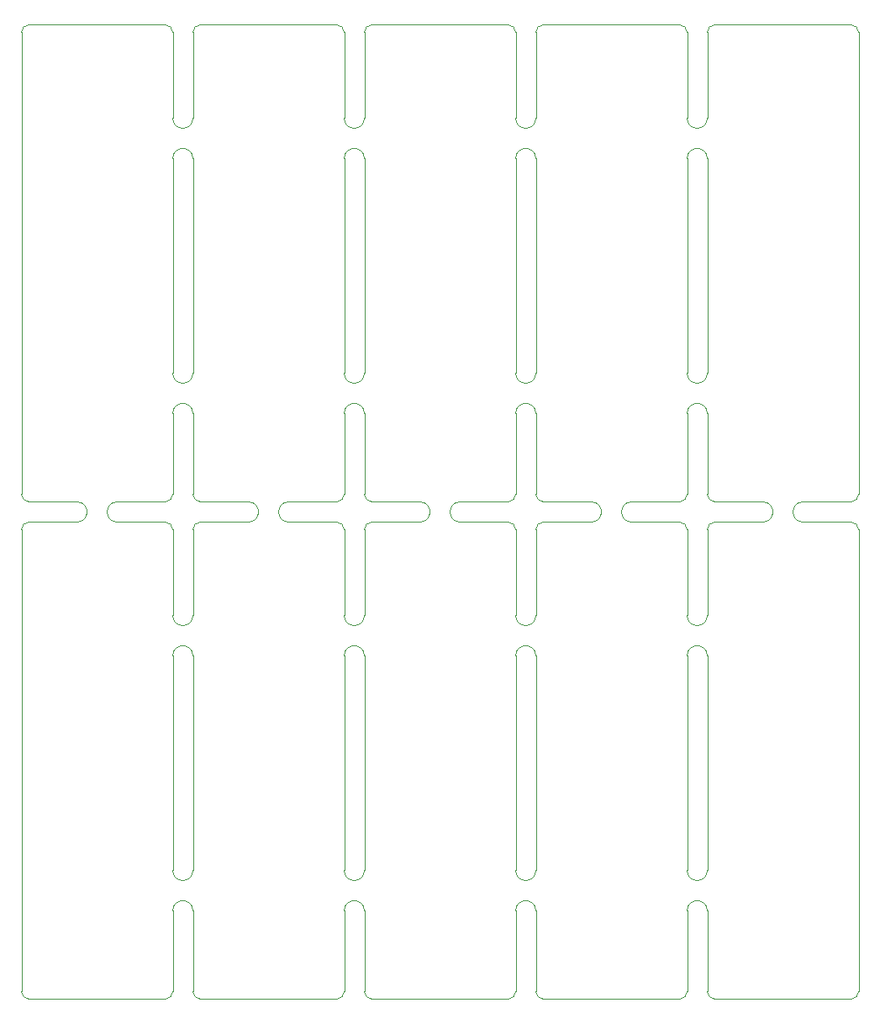
<source format=gbr>
%TF.GenerationSoftware,KiCad,Pcbnew,6.0.4-6f826c9f35~116~ubuntu21.10.1*%
%TF.CreationDate,2022-04-21T21:53:44+02:00*%
%TF.ProjectId,Carte_multiprise,43617274-655f-46d7-956c-746970726973,rev?*%
%TF.SameCoordinates,Original*%
%TF.FileFunction,Profile,NP*%
%FSLAX46Y46*%
G04 Gerber Fmt 4.6, Leading zero omitted, Abs format (unit mm)*
G04 Created by KiCad (PCBNEW 6.0.4-6f826c9f35~116~ubuntu21.10.1) date 2022-04-21 21:53:44*
%MOMM*%
%LPD*%
G01*
G04 APERTURE LIST*
%TA.AperFunction,Profile*%
%ADD10C,0.100000*%
%TD*%
G04 APERTURE END LIST*
D10*
X150114000Y-103124000D02*
G75*
G03*
X150876000Y-103886000I762000J0D01*
G01*
X132842000Y-56642000D02*
X132842000Y-65278000D01*
X98298000Y-145034000D02*
G75*
G03*
X96266000Y-145034000I-1016000J0D01*
G01*
X95504000Y-103886000D02*
X90678000Y-103886000D01*
X95504000Y-105918000D02*
X90678000Y-105918000D01*
X148082000Y-90932000D02*
G75*
G03*
X150114000Y-90932000I1016000J0D01*
G01*
X112776000Y-105918000D02*
X107950000Y-105918000D01*
X113538000Y-65278000D02*
X113538000Y-56642000D01*
X113538000Y-56642000D02*
G75*
G03*
X112776000Y-55880000I-762000J0D01*
G01*
X95504000Y-153924000D02*
G75*
G03*
X96266000Y-153162000I0J762000D01*
G01*
X103886000Y-105918000D02*
X99060000Y-105918000D01*
X115570000Y-145034000D02*
G75*
G03*
X113538000Y-145034000I-1016000J0D01*
G01*
X96266000Y-56642000D02*
G75*
G03*
X95504000Y-55880000I-762000J0D01*
G01*
X138430000Y-105918000D02*
G75*
G03*
X138430000Y-103886000I0J1016000D01*
G01*
X113538000Y-140970000D02*
G75*
G03*
X115570000Y-140970000I1016000J0D01*
G01*
X148082000Y-65278000D02*
G75*
G03*
X150114000Y-65278000I1016000J0D01*
G01*
X164592000Y-153924000D02*
G75*
G03*
X165354000Y-153162000I0J762000D01*
G01*
X133604000Y-153924000D02*
X142494000Y-153924000D01*
X150876000Y-153924000D02*
X164592000Y-153924000D01*
X142494000Y-103886000D02*
X147320000Y-103886000D01*
X132842000Y-94996000D02*
X132842000Y-103124000D01*
X103886000Y-105918000D02*
G75*
G03*
X103886000Y-103886000I0J1016000D01*
G01*
X96266000Y-65278000D02*
G75*
G03*
X98298000Y-65278000I1016000J0D01*
G01*
X133604000Y-55880000D02*
G75*
G03*
X132842000Y-56642000I0J-762000D01*
G01*
X130810000Y-140970000D02*
G75*
G03*
X132842000Y-140970000I1016000J0D01*
G01*
X115570000Y-106680000D02*
X115570000Y-115316000D01*
X99060000Y-153924000D02*
X107950000Y-153924000D01*
X147320000Y-153924000D02*
G75*
G03*
X148082000Y-153162000I0J762000D01*
G01*
X113538000Y-90932000D02*
G75*
G03*
X115570000Y-90932000I1016000J0D01*
G01*
X115570000Y-56642000D02*
X115570000Y-65278000D01*
X99060000Y-103886000D02*
X103886000Y-103886000D01*
X115570000Y-94996000D02*
X115570000Y-103124000D01*
X133604000Y-103886000D02*
X138430000Y-103886000D01*
X130810000Y-90932000D02*
X130810000Y-69342000D01*
X132842000Y-153162000D02*
G75*
G03*
X133604000Y-153924000I762000J0D01*
G01*
X98298000Y-94996000D02*
X98298000Y-103124000D01*
X81026000Y-103124000D02*
G75*
G03*
X81788000Y-103886000I762000J0D01*
G01*
X90678000Y-103886000D02*
G75*
G03*
X90678000Y-105918000I0J-1016000D01*
G01*
X148082000Y-65278000D02*
X148082000Y-56642000D01*
X155702000Y-105918000D02*
G75*
G03*
X155702000Y-103886000I0J1016000D01*
G01*
X147320000Y-105918000D02*
X142494000Y-105918000D01*
X125222000Y-103886000D02*
G75*
G03*
X125222000Y-105918000I0J-1016000D01*
G01*
X148082000Y-115316000D02*
G75*
G03*
X150114000Y-115316000I1016000J0D01*
G01*
X132842000Y-94996000D02*
G75*
G03*
X130810000Y-94996000I-1016000J0D01*
G01*
X99060000Y-105918000D02*
G75*
G03*
X98298000Y-106680000I0J-762000D01*
G01*
X98298000Y-153162000D02*
G75*
G03*
X99060000Y-153924000I762000J0D01*
G01*
X164592000Y-105918000D02*
X159766000Y-105918000D01*
X150876000Y-103886000D02*
X155702000Y-103886000D01*
X96266000Y-56642000D02*
X96266000Y-65278000D01*
X81788000Y-55880000D02*
G75*
G03*
X81026000Y-56642000I0J-762000D01*
G01*
X164592000Y-55880000D02*
X150876000Y-55880000D01*
X98298000Y-119380000D02*
X98298000Y-140970000D01*
X150114000Y-94996000D02*
X150114000Y-103124000D01*
X164592000Y-103886000D02*
G75*
G03*
X165354000Y-103124000I0J762000D01*
G01*
X150114000Y-153162000D02*
G75*
G03*
X150876000Y-153924000I762000J0D01*
G01*
X165354000Y-106680000D02*
G75*
G03*
X164592000Y-105918000I-762000J0D01*
G01*
X116332000Y-153924000D02*
X125222000Y-153924000D01*
X116332000Y-105918000D02*
G75*
G03*
X115570000Y-106680000I0J-762000D01*
G01*
X107950000Y-103886000D02*
G75*
G03*
X107950000Y-105918000I0J-1016000D01*
G01*
X130810000Y-65278000D02*
G75*
G03*
X132842000Y-65278000I1016000J0D01*
G01*
X81788000Y-55880000D02*
X95504000Y-55880000D01*
X107950000Y-153924000D02*
X112776000Y-153924000D01*
X132842000Y-119380000D02*
X132842000Y-140970000D01*
X113538000Y-115316000D02*
X113538000Y-106680000D01*
X113538000Y-115316000D02*
G75*
G03*
X115570000Y-115316000I1016000J0D01*
G01*
X130810000Y-140970000D02*
X130810000Y-119380000D01*
X96266000Y-106680000D02*
G75*
G03*
X95504000Y-105918000I-762000J0D01*
G01*
X150876000Y-105918000D02*
G75*
G03*
X150114000Y-106680000I0J-762000D01*
G01*
X98298000Y-69342000D02*
X98298000Y-90932000D01*
X98298000Y-103124000D02*
G75*
G03*
X99060000Y-103886000I762000J0D01*
G01*
X96266000Y-140970000D02*
X96266000Y-119380000D01*
X115570000Y-145034000D02*
X115570000Y-153162000D01*
X132842000Y-69342000D02*
X132842000Y-90932000D01*
X121158000Y-105918000D02*
G75*
G03*
X121158000Y-103886000I0J1016000D01*
G01*
X132842000Y-145034000D02*
G75*
G03*
X130810000Y-145034000I-1016000J0D01*
G01*
X130048000Y-55880000D02*
X116332000Y-55880000D01*
X86614000Y-103886000D02*
X81788000Y-103886000D01*
X98298000Y-145034000D02*
X98298000Y-153162000D01*
X150876000Y-55880000D02*
G75*
G03*
X150114000Y-56642000I0J-762000D01*
G01*
X148082000Y-115316000D02*
X148082000Y-106680000D01*
X81788000Y-105918000D02*
X86614000Y-105918000D01*
X130048000Y-103886000D02*
G75*
G03*
X130810000Y-103124000I0J762000D01*
G01*
X98298000Y-94996000D02*
G75*
G03*
X96266000Y-94996000I-1016000J0D01*
G01*
X116332000Y-103886000D02*
X121158000Y-103886000D01*
X113538000Y-65278000D02*
G75*
G03*
X115570000Y-65278000I1016000J0D01*
G01*
X159766000Y-103886000D02*
G75*
G03*
X159766000Y-105918000I0J-1016000D01*
G01*
X150114000Y-69342000D02*
G75*
G03*
X148082000Y-69342000I-1016000J0D01*
G01*
X130810000Y-103124000D02*
X130810000Y-94996000D01*
X81026000Y-153162000D02*
X81026000Y-106680000D01*
X142494000Y-103886000D02*
G75*
G03*
X142494000Y-105918000I0J-1016000D01*
G01*
X159766000Y-103886000D02*
X164592000Y-103886000D01*
X86614000Y-105918000D02*
G75*
G03*
X86614000Y-103886000I0J1016000D01*
G01*
X148082000Y-106680000D02*
G75*
G03*
X147320000Y-105918000I-762000J0D01*
G01*
X130810000Y-153162000D02*
X130810000Y-145034000D01*
X150114000Y-119380000D02*
G75*
G03*
X148082000Y-119380000I-1016000J0D01*
G01*
X112776000Y-55880000D02*
X99060000Y-55880000D01*
X95504000Y-153924000D02*
X81788000Y-153924000D01*
X115570000Y-94996000D02*
G75*
G03*
X113538000Y-94996000I-1016000J0D01*
G01*
X148082000Y-90932000D02*
X148082000Y-69342000D01*
X142494000Y-153924000D02*
X147320000Y-153924000D01*
X150114000Y-69342000D02*
X150114000Y-90932000D01*
X96266000Y-140970000D02*
G75*
G03*
X98298000Y-140970000I1016000J0D01*
G01*
X115570000Y-69342000D02*
G75*
G03*
X113538000Y-69342000I-1016000J0D01*
G01*
X115570000Y-153162000D02*
G75*
G03*
X116332000Y-153924000I762000J0D01*
G01*
X96266000Y-90932000D02*
G75*
G03*
X98298000Y-90932000I1016000J0D01*
G01*
X133604000Y-105918000D02*
G75*
G03*
X132842000Y-106680000I0J-762000D01*
G01*
X148082000Y-140970000D02*
G75*
G03*
X150114000Y-140970000I1016000J0D01*
G01*
X147320000Y-55880000D02*
X133604000Y-55880000D01*
X81788000Y-105918000D02*
G75*
G03*
X81026000Y-106680000I0J-762000D01*
G01*
X148082000Y-140970000D02*
X148082000Y-119380000D01*
X121158000Y-105918000D02*
X116332000Y-105918000D01*
X112776000Y-153924000D02*
G75*
G03*
X113538000Y-153162000I0J762000D01*
G01*
X125222000Y-153924000D02*
X130048000Y-153924000D01*
X130810000Y-115316000D02*
X130810000Y-106680000D01*
X130810000Y-106680000D02*
G75*
G03*
X130048000Y-105918000I-762000J0D01*
G01*
X155702000Y-105918000D02*
X150876000Y-105918000D01*
X116332000Y-55880000D02*
G75*
G03*
X115570000Y-56642000I0J-762000D01*
G01*
X132842000Y-69342000D02*
G75*
G03*
X130810000Y-69342000I-1016000J0D01*
G01*
X132842000Y-119380000D02*
G75*
G03*
X130810000Y-119380000I-1016000J0D01*
G01*
X98298000Y-69342000D02*
G75*
G03*
X96266000Y-69342000I-1016000J0D01*
G01*
X113538000Y-103124000D02*
X113538000Y-94996000D01*
X148082000Y-153162000D02*
X148082000Y-145034000D01*
X98298000Y-119380000D02*
G75*
G03*
X96266000Y-119380000I-1016000J0D01*
G01*
X115570000Y-119380000D02*
G75*
G03*
X113538000Y-119380000I-1016000J0D01*
G01*
X165354000Y-56642000D02*
G75*
G03*
X164592000Y-55880000I-762000J0D01*
G01*
X113538000Y-153162000D02*
X113538000Y-145034000D01*
X150114000Y-56642000D02*
X150114000Y-65278000D01*
X96266000Y-145034000D02*
X96266000Y-153162000D01*
X96266000Y-94996000D02*
X96266000Y-103124000D01*
X132842000Y-106680000D02*
X132842000Y-115316000D01*
X130810000Y-65278000D02*
X130810000Y-56642000D01*
X115570000Y-103124000D02*
G75*
G03*
X116332000Y-103886000I762000J0D01*
G01*
X130048000Y-153924000D02*
G75*
G03*
X130810000Y-153162000I0J762000D01*
G01*
X148082000Y-103124000D02*
X148082000Y-94996000D01*
X165354000Y-56642000D02*
X165354000Y-103124000D01*
X98298000Y-106680000D02*
X98298000Y-115316000D01*
X113538000Y-90932000D02*
X113538000Y-69342000D01*
X81026000Y-153162000D02*
G75*
G03*
X81788000Y-153924000I762000J0D01*
G01*
X112776000Y-103886000D02*
G75*
G03*
X113538000Y-103124000I0J762000D01*
G01*
X150114000Y-119380000D02*
X150114000Y-140970000D01*
X150114000Y-145034000D02*
X150114000Y-153162000D01*
X150114000Y-145034000D02*
G75*
G03*
X148082000Y-145034000I-1016000J0D01*
G01*
X115570000Y-69342000D02*
X115570000Y-90932000D01*
X115570000Y-119380000D02*
X115570000Y-140970000D01*
X147320000Y-103886000D02*
G75*
G03*
X148082000Y-103124000I0J762000D01*
G01*
X150114000Y-94996000D02*
G75*
G03*
X148082000Y-94996000I-1016000J0D01*
G01*
X132842000Y-145034000D02*
X132842000Y-153162000D01*
X130810000Y-115316000D02*
G75*
G03*
X132842000Y-115316000I1016000J0D01*
G01*
X125222000Y-105918000D02*
X130048000Y-105918000D01*
X96266000Y-115316000D02*
G75*
G03*
X98298000Y-115316000I1016000J0D01*
G01*
X148082000Y-56642000D02*
G75*
G03*
X147320000Y-55880000I-762000J0D01*
G01*
X113538000Y-140970000D02*
X113538000Y-119380000D01*
X107950000Y-103886000D02*
X112776000Y-103886000D01*
X130810000Y-56642000D02*
G75*
G03*
X130048000Y-55880000I-762000J0D01*
G01*
X138430000Y-105918000D02*
X133604000Y-105918000D01*
X95504000Y-103886000D02*
G75*
G03*
X96266000Y-103124000I0J762000D01*
G01*
X81026000Y-103124000D02*
X81026000Y-56642000D01*
X96266000Y-115316000D02*
X96266000Y-106680000D01*
X113538000Y-106680000D02*
G75*
G03*
X112776000Y-105918000I-762000J0D01*
G01*
X99060000Y-55880000D02*
G75*
G03*
X98298000Y-56642000I0J-762000D01*
G01*
X165354000Y-153162000D02*
X165354000Y-106680000D01*
X125222000Y-103886000D02*
X130048000Y-103886000D01*
X150114000Y-106680000D02*
X150114000Y-115316000D01*
X96266000Y-69342000D02*
X96266000Y-90932000D01*
X98298000Y-56642000D02*
X98298000Y-65278000D01*
X132842000Y-103124000D02*
G75*
G03*
X133604000Y-103886000I762000J0D01*
G01*
X130810000Y-90932000D02*
G75*
G03*
X132842000Y-90932000I1016000J0D01*
G01*
M02*

</source>
